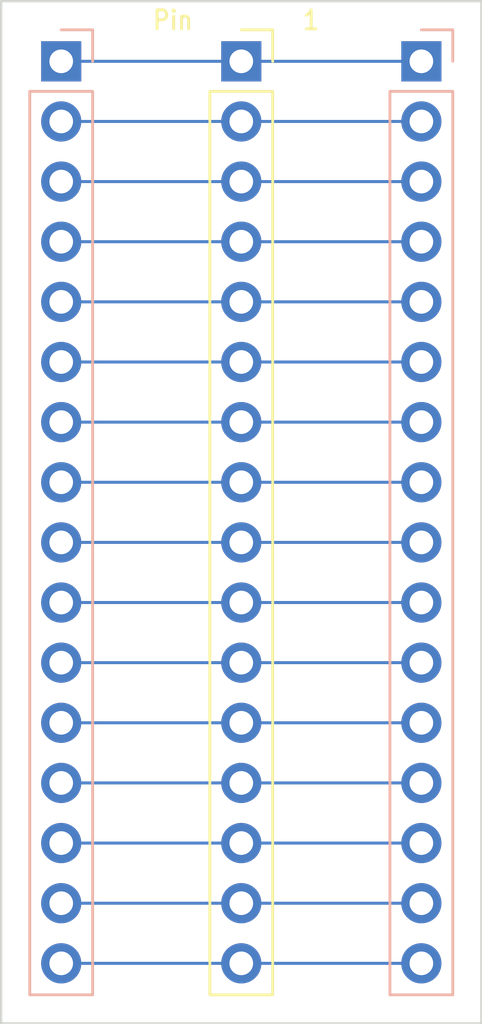
<source format=kicad_pcb>
(kicad_pcb (version 20221018) (generator pcbnew)
  (layers (0 "F.Cu" signal) (31 "B.Cu" signal) (34 "B.Paste" user) (35 "F.Paste" user) (36 "B.SilkS" user "B.Silkscreen") (37 "F.SilkS" user "F.Silkscreen") (38 "B.Mask" user) (39 "F.Mask" user) (44 "Edge.Cuts" user))
  (net 0 "")
  (net 1 "AddrBus1Bit0")
  (net 2 "AddrBus1Bit1")
  (net 3 "AddrBus1Bit2")
  (net 4 "AddrBus1Bit3")
  (net 5 "AddrBus1Bit4")
  (net 6 "AddrBus1Bit5")
  (net 7 "AddrBus1Bit6")
  (net 8 "AddrBus1Bit7")
  (net 9 "AddrBus1Bit8")
  (net 10 "AddrBus1Bit9")
  (net 11 "AddrBus1BitA")
  (net 12 "AddrBus1BitB")
  (net 13 "AddrBus1BitC")
  (net 14 "AddrBus1BitD")
  (net 15 "AddrBus1BitE")
  (net 16 "AddrBus1BitF")
  (footprint "Connector_PinSocket_2.54mm:PinSocket_1x16_P2.54mm_Vertical" (layer "F.Cu") (at 63.5 50.8)
    (fp_text reference "J1" hide)
    (fp_text value "Address Bus 1" hide)
    (fp_line (start -1.33 1.27) (end -1.33 39.43) (stroke (width 0.12)) (layer "F.SilkS"))
    (fp_line (start -1.33 1.27) (end 1.33 1.27) (stroke (width 0.12)) (layer "F.SilkS"))
    (fp_line (start -1.33 39.43) (end 1.33 39.43) (stroke (width 0.12)) (layer "F.SilkS"))
    (fp_line (start 0 -1.33) (end 1.33 -1.33) (stroke (width 0.12)) (layer "F.SilkS"))
    (fp_line (start 1.33 -1.33) (end 1.33 0) (stroke (width 0.12)) (layer "F.SilkS"))
    (fp_line (start 1.33 1.27) (end 1.33 39.43) (stroke (width 0.12)) (layer "F.SilkS"))
    (pad "1" thru_hole rect (at 0 0) (size 1.7 1.7) (drill 1) (layers "*.Cu" "*.Mask") (net 1 "AddrBus1Bit0"))
    (pad "2" thru_hole oval (at 0 2.54) (size 1.7 1.7) (drill 1) (layers "*.Cu" "*.Mask") (net 2 "AddrBus1Bit1"))
    (pad "3" thru_hole oval (at 0 5.08) (size 1.7 1.7) (drill 1) (layers "*.Cu" "*.Mask") (net 3 "AddrBus1Bit2"))
    (pad "4" thru_hole oval (at 0 7.62) (size 1.7 1.7) (drill 1) (layers "*.Cu" "*.Mask") (net 4 "AddrBus1Bit3"))
    (pad "5" thru_hole oval (at 0 10.16) (size 1.7 1.7) (drill 1) (layers "*.Cu" "*.Mask") (net 5 "AddrBus1Bit4"))
    (pad "6" thru_hole oval (at 0 12.7) (size 1.7 1.7) (drill 1) (layers "*.Cu" "*.Mask") (net 6 "AddrBus1Bit5"))
    (pad "7" thru_hole oval (at 0 15.24) (size 1.7 1.7) (drill 1) (layers "*.Cu" "*.Mask") (net 7 "AddrBus1Bit6"))
    (pad "8" thru_hole oval (at 0 17.78) (size 1.7 1.7) (drill 1) (layers "*.Cu" "*.Mask") (net 8 "AddrBus1Bit7"))
    (pad "9" thru_hole oval (at 0 20.32) (size 1.7 1.7) (drill 1) (layers "*.Cu" "*.Mask") (net 9 "AddrBus1Bit8"))
    (pad "10" thru_hole oval (at 0 22.86) (size 1.7 1.7) (drill 1) (layers "*.Cu" "*.Mask") (net 10 "AddrBus1Bit9"))
    (pad "11" thru_hole oval (at 0 25.4) (size 1.7 1.7) (drill 1) (layers "*.Cu" "*.Mask") (net 11 "AddrBus1BitA"))
    (pad "12" thru_hole oval (at 0 27.94) (size 1.7 1.7) (drill 1) (layers "*.Cu" "*.Mask") (net 12 "AddrBus1BitB"))
    (pad "13" thru_hole oval (at 0 30.48) (size 1.7 1.7) (drill 1) (layers "*.Cu" "*.Mask") (net 13 "AddrBus1BitC"))
    (pad "14" thru_hole oval (at 0 33.02) (size 1.7 1.7) (drill 1) (layers "*.Cu" "*.Mask") (net 14 "AddrBus1BitD"))
    (pad "15" thru_hole oval (at 0 35.56) (size 1.7 1.7) (drill 1) (layers "*.Cu" "*.Mask") (net 15 "AddrBus1BitE"))
    (pad "16" thru_hole oval (at 0 38.1) (size 1.7 1.7) (drill 1) (layers "*.Cu" "*.Mask") (net 16 "AddrBus1BitF"))
  )
  (footprint "Connector_PinHeader_2.54mm:PinHeader_1x16_P2.54mm_Vertical" (layer "B.Cu") (at 55.88 50.8 180)
    (fp_text reference "J2" hide)
    (fp_text value "Address Bus 1" hide)
    (fp_line (start -1.33 -39.43) (end 1.33 -39.43) (stroke (width 0.12)) (layer "B.SilkS"))
    (fp_line (start -1.33 -1.27) (end -1.33 -39.43) (stroke (width 0.12)) (layer "B.SilkS"))
    (fp_line (start -1.33 -1.27) (end 1.33 -1.27) (stroke (width 0.12)) (layer "B.SilkS"))
    (fp_line (start -1.33 0) (end -1.33 1.33) (stroke (width 0.12)) (layer "B.SilkS"))
    (fp_line (start -1.33 1.33) (end 0 1.33) (stroke (width 0.12)) (layer "B.SilkS"))
    (fp_line (start 1.33 -1.27) (end 1.33 -39.43) (stroke (width 0.12)) (layer "B.SilkS"))
    (pad "1" thru_hole rect (at 0 0 180) (size 1.7 1.7) (drill 1) (layers "*.Cu" "*.Mask") (net 1 "AddrBus1Bit0"))
    (pad "2" thru_hole oval (at 0 -2.54 180) (size 1.7 1.7) (drill 1) (layers "*.Cu" "*.Mask") (net 2 "AddrBus1Bit1"))
    (pad "3" thru_hole oval (at 0 -5.08 180) (size 1.7 1.7) (drill 1) (layers "*.Cu" "*.Mask") (net 3 "AddrBus1Bit2"))
    (pad "4" thru_hole oval (at 0 -7.62 180) (size 1.7 1.7) (drill 1) (layers "*.Cu" "*.Mask") (net 4 "AddrBus1Bit3"))
    (pad "5" thru_hole oval (at 0 -10.16 180) (size 1.7 1.7) (drill 1) (layers "*.Cu" "*.Mask") (net 5 "AddrBus1Bit4"))
    (pad "6" thru_hole oval (at 0 -12.7 180) (size 1.7 1.7) (drill 1) (layers "*.Cu" "*.Mask") (net 6 "AddrBus1Bit5"))
    (pad "7" thru_hole oval (at 0 -15.24 180) (size 1.7 1.7) (drill 1) (layers "*.Cu" "*.Mask") (net 7 "AddrBus1Bit6"))
    (pad "8" thru_hole oval (at 0 -17.78 180) (size 1.7 1.7) (drill 1) (layers "*.Cu" "*.Mask") (net 8 "AddrBus1Bit7"))
    (pad "9" thru_hole oval (at 0 -20.32 180) (size 1.7 1.7) (drill 1) (layers "*.Cu" "*.Mask") (net 9 "AddrBus1Bit8"))
    (pad "10" thru_hole oval (at 0 -22.86 180) (size 1.7 1.7) (drill 1) (layers "*.Cu" "*.Mask") (net 10 "AddrBus1Bit9"))
    (pad "11" thru_hole oval (at 0 -25.4 180) (size 1.7 1.7) (drill 1) (layers "*.Cu" "*.Mask") (net 11 "AddrBus1BitA"))
    (pad "12" thru_hole oval (at 0 -27.94 180) (size 1.7 1.7) (drill 1) (layers "*.Cu" "*.Mask") (net 12 "AddrBus1BitB"))
    (pad "13" thru_hole oval (at 0 -30.48 180) (size 1.7 1.7) (drill 1) (layers "*.Cu" "*.Mask") (net 13 "AddrBus1BitC"))
    (pad "14" thru_hole oval (at 0 -33.02 180) (size 1.7 1.7) (drill 1) (layers "*.Cu" "*.Mask") (net 14 "AddrBus1BitD"))
    (pad "15" thru_hole oval (at 0 -35.56 180) (size 1.7 1.7) (drill 1) (layers "*.Cu" "*.Mask") (net 15 "AddrBus1BitE"))
    (pad "16" thru_hole oval (at 0 -38.1 180) (size 1.7 1.7) (drill 1) (layers "*.Cu" "*.Mask") (net 16 "AddrBus1BitF"))
  )
  (footprint "Connector_PinHeader_2.54mm:PinHeader_1x16_P2.54mm_Vertical" (layer "B.Cu") (at 71.12 50.8 180)
    (fp_text reference "J3" hide)
    (fp_text value "Address Bus 1" hide)
    (fp_line (start -1.33 -39.43) (end 1.33 -39.43) (stroke (width 0.12)) (layer "B.SilkS"))
    (fp_line (start -1.33 -1.27) (end -1.33 -39.43) (stroke (width 0.12)) (layer "B.SilkS"))
    (fp_line (start -1.33 -1.27) (end 1.33 -1.27) (stroke (width 0.12)) (layer "B.SilkS"))
    (fp_line (start -1.33 0) (end -1.33 1.33) (stroke (width 0.12)) (layer "B.SilkS"))
    (fp_line (start -1.33 1.33) (end 0 1.33) (stroke (width 0.12)) (layer "B.SilkS"))
    (fp_line (start 1.33 -1.27) (end 1.33 -39.43) (stroke (width 0.12)) (layer "B.SilkS"))
    (pad "1" thru_hole rect (at 0 0 180) (size 1.7 1.7) (drill 1) (layers "*.Cu" "*.Mask") (net 1 "AddrBus1Bit0"))
    (pad "2" thru_hole oval (at 0 -2.54 180) (size 1.7 1.7) (drill 1) (layers "*.Cu" "*.Mask") (net 2 "AddrBus1Bit1"))
    (pad "3" thru_hole oval (at 0 -5.08 180) (size 1.7 1.7) (drill 1) (layers "*.Cu" "*.Mask") (net 3 "AddrBus1Bit2"))
    (pad "4" thru_hole oval (at 0 -7.62 180) (size 1.7 1.7) (drill 1) (layers "*.Cu" "*.Mask") (net 4 "AddrBus1Bit3"))
    (pad "5" thru_hole oval (at 0 -10.16 180) (size 1.7 1.7) (drill 1) (layers "*.Cu" "*.Mask") (net 5 "AddrBus1Bit4"))
    (pad "6" thru_hole oval (at 0 -12.7 180) (size 1.7 1.7) (drill 1) (layers "*.Cu" "*.Mask") (net 6 "AddrBus1Bit5"))
    (pad "7" thru_hole oval (at 0 -15.24 180) (size 1.7 1.7) (drill 1) (layers "*.Cu" "*.Mask") (net 7 "AddrBus1Bit6"))
    (pad "8" thru_hole oval (at 0 -17.78 180) (size 1.7 1.7) (drill 1) (layers "*.Cu" "*.Mask") (net 8 "AddrBus1Bit7"))
    (pad "9" thru_hole oval (at 0 -20.32 180) (size 1.7 1.7) (drill 1) (layers "*.Cu" "*.Mask") (net 9 "AddrBus1Bit8"))
    (pad "10" thru_hole oval (at 0 -22.86 180) (size 1.7 1.7) (drill 1) (layers "*.Cu" "*.Mask") (net 10 "AddrBus1Bit9"))
    (pad "11" thru_hole oval (at 0 -25.4 180) (size 1.7 1.7) (drill 1) (layers "*.Cu" "*.Mask") (net 11 "AddrBus1BitA"))
    (pad "12" thru_hole oval (at 0 -27.94 180) (size 1.7 1.7) (drill 1) (layers "*.Cu" "*.Mask") (net 12 "AddrBus1BitB"))
    (pad "13" thru_hole oval (at 0 -30.48 180) (size 1.7 1.7) (drill 1) (layers "*.Cu" "*.Mask") (net 13 "AddrBus1BitC"))
    (pad "14" thru_hole oval (at 0 -33.02 180) (size 1.7 1.7) (drill 1) (layers "*.Cu" "*.Mask") (net 14 "AddrBus1BitD"))
    (pad "15" thru_hole oval (at 0 -35.56 180) (size 1.7 1.7) (drill 1) (layers "*.Cu" "*.Mask") (net 15 "AddrBus1BitE"))
    (pad "16" thru_hole oval (at 0 -38.1 180) (size 1.7 1.7) (drill 1) (layers "*.Cu" "*.Mask") (net 16 "AddrBus1BitF"))
  )
  (gr_rect (start 53.34 48.26) (end 73.66 91.44) (stroke (width 0.1)) (fill none) (layer "Edge.Cuts"))
  (gr_text "Pin" (at 59.69 49.53) (layer "F.SilkS") (effects (font (size 0.8 0.7) (thickness 0.125) bold) (justify left bottom)))
  (gr_text "1" (at 66.04 49.53) (layer "F.SilkS") (effects (font (size 0.8 0.7) (thickness 0.125) bold) (justify left bottom)))
  (segment (start 55.88 50.8) (end 71.12 50.8) (width 0.127) (layer "B.Cu") (net 1))
  (segment (start 55.88 53.34) (end 71.12 53.34) (width 0.127) (layer "B.Cu") (net 2))
  (segment (start 55.88 55.88) (end 71.12 55.88) (width 0.127) (layer "B.Cu") (net 3))
  (segment (start 55.88 58.42) (end 71.12 58.42) (width 0.127) (layer "B.Cu") (net 4))
  (segment (start 55.88 60.96) (end 71.12 60.96) (width 0.127) (layer "B.Cu") (net 5))
  (segment (start 55.88 63.5) (end 71.12 63.5) (width 0.127) (layer "B.Cu") (net 6))
  (segment (start 55.88 66.04) (end 71.12 66.04) (width 0.127) (layer "B.Cu") (net 7))
  (segment (start 55.88 68.58) (end 71.12 68.58) (width 0.127) (layer "B.Cu") (net 8))
  (segment (start 55.88 71.12) (end 71.12 71.12) (width 0.127) (layer "B.Cu") (net 9))
  (segment (start 55.88 73.66) (end 71.12 73.66) (width 0.127) (layer "B.Cu") (net 10))
  (segment (start 55.88 76.2) (end 71.12 76.2) (width 0.127) (layer "B.Cu") (net 11))
  (segment (start 55.88 78.74) (end 71.12 78.74) (width 0.127) (layer "B.Cu") (net 12))
  (segment (start 55.88 81.28) (end 71.12 81.28) (width 0.127) (layer "B.Cu") (net 13))
  (segment (start 55.88 83.82) (end 71.12 83.82) (width 0.127) (layer "B.Cu") (net 14))
  (segment (start 55.88 86.36) (end 71.12 86.36) (width 0.127) (layer "B.Cu") (net 15))
  (segment (start 55.88 88.9) (end 71.12 88.9) (width 0.127) (layer "B.Cu") (net 16))
)
</source>
